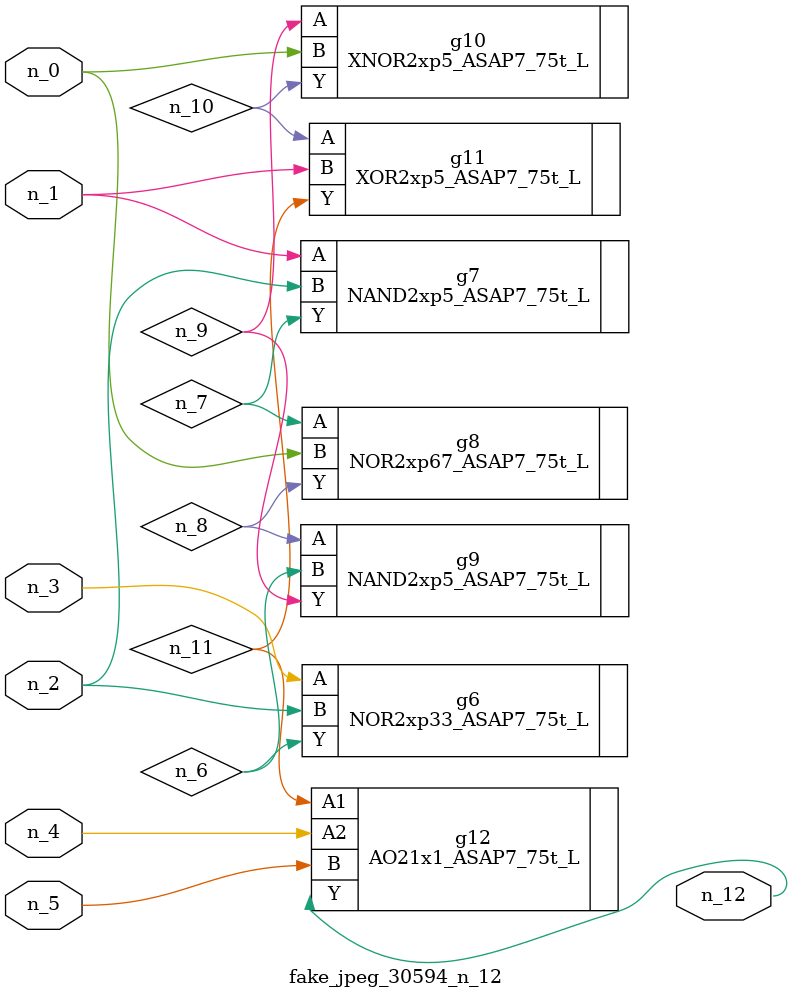
<source format=v>
module fake_jpeg_30594_n_12 (n_3, n_2, n_1, n_0, n_4, n_5, n_12);

input n_3;
input n_2;
input n_1;
input n_0;
input n_4;
input n_5;

output n_12;

wire n_11;
wire n_10;
wire n_8;
wire n_9;
wire n_6;
wire n_7;

NOR2xp33_ASAP7_75t_L g6 ( 
.A(n_3),
.B(n_2),
.Y(n_6)
);

NAND2xp5_ASAP7_75t_L g7 ( 
.A(n_1),
.B(n_2),
.Y(n_7)
);

NOR2xp67_ASAP7_75t_L g8 ( 
.A(n_7),
.B(n_0),
.Y(n_8)
);

NAND2xp5_ASAP7_75t_L g9 ( 
.A(n_8),
.B(n_6),
.Y(n_9)
);

XNOR2xp5_ASAP7_75t_L g10 ( 
.A(n_9),
.B(n_0),
.Y(n_10)
);

XOR2xp5_ASAP7_75t_L g11 ( 
.A(n_10),
.B(n_1),
.Y(n_11)
);

AO21x1_ASAP7_75t_L g12 ( 
.A1(n_11),
.A2(n_4),
.B(n_5),
.Y(n_12)
);


endmodule
</source>
